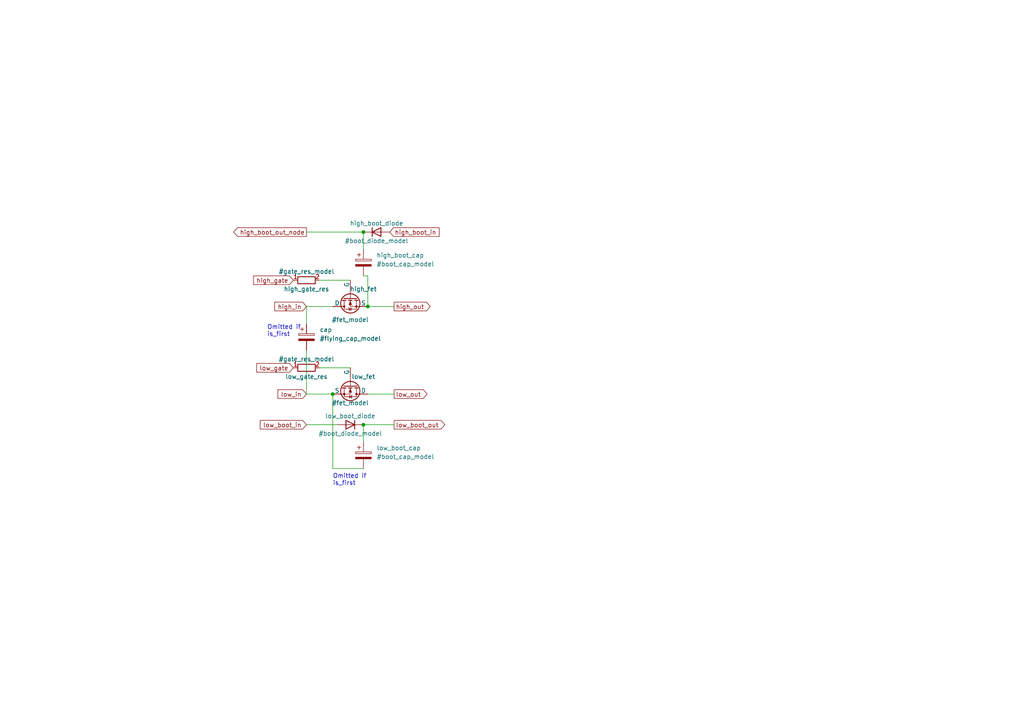
<source format=kicad_sch>
(kicad_sch (version 20211123) (generator eeschema)
  (paper "A4")
  (lib_symbols
    (symbol "Device:C_Polarized" (pin_numbers hide) (pin_names (offset 0.254))
      (property "Reference" "C" (at 0.635 2.54 0))
      (property "Value" "C_Polarized" (at 0.635 -2.54 0))
      (symbol "C_Polarized_0_1"
        (rectangle (start -2.286 0.508) (end 2.286 1.016))
        (polyline (pts (xy -1.778 2.286) (xy -0.762 2.286)))
        (polyline (pts (xy -1.27 2.794) (xy -1.27 1.778)))
        (rectangle (start 2.286 -0.508) (end -2.286 -1.016) (fill (type outline)))
      )
      (symbol "C_Polarized_1_1"
        (pin passive line (at 0 3.81 270) (length 2.794) (name "~") (number "1"))
        (pin passive line (at 0 -3.81 90) (length 2.794) (name "~") (number "2"))
      )
    )
    (symbol "Device:D" (pin_numbers hide) (pin_names (offset 1.016) hide)
      (property "Reference" "D" (at 0 2.54 0))
      (property "Value" "D" (at 0 -2.54 0))
      (symbol "D_0_1"
        (polyline (pts (xy -1.27 1.27) (xy -1.27 -1.27)) (stroke (width 0.254)))
        (polyline (pts (xy 1.27 0) (xy -1.27 0)))
        (polyline (pts (xy 1.27 1.27) (xy 1.27 -1.27) (xy -1.27 0) (xy 1.27 1.27)) (stroke (width 0.254)))
      )
      (symbol "D_1_1"
        (pin passive line (at -3.81 0 0) (length 2.54) (name "K") (number "1"))
        (pin passive line (at 3.81 0 180) (length 2.54) (name "A") (number "2"))
      )
    )
    (symbol "Device:Q_NMOS_DGS" (pin_numbers hide) (pin_names (offset 0))
      (property "Reference" "Q" (at 5.08 1.27 0))
      (property "Value" "Q_NMOS_DGS" (at 5.08 -1.27 0))
      (symbol "Q_NMOS_DGS_0_1"
        (polyline (pts (xy 0.254 0) (xy -2.54 0)))
        (polyline (pts (xy 0.254 1.905) (xy 0.254 -1.905)) (stroke (width 0.254)))
        (polyline (pts (xy 0.762 -1.27) (xy 0.762 -2.286)) (stroke (width 0.254)))
        (polyline (pts (xy 0.762 0.508) (xy 0.762 -0.508)) (stroke (width 0.254)))
        (polyline (pts (xy 0.762 2.286) (xy 0.762 1.27)) (stroke (width 0.254)))
        (polyline (pts (xy 2.54 2.54) (xy 2.54 1.778)))
        (polyline (pts (xy 2.54 -2.54) (xy 2.54 0) (xy 0.762 0)))
        (polyline (pts (xy 0.762 -1.778) (xy 3.302 -1.778) (xy 3.302 1.778) (xy 0.762 1.778)))
        (polyline (pts (xy 1.016 0) (xy 2.032 0.381) (xy 2.032 -0.381) (xy 1.016 0)) (fill (type outline)))
        (polyline (pts (xy 2.794 0.508) (xy 2.921 0.381) (xy 3.683 0.381) (xy 3.81 0.254)))
        (polyline (pts (xy 3.302 0.381) (xy 2.921 -0.254) (xy 3.683 -0.254) (xy 3.302 0.381)))
        (circle (center 1.651 0) (radius 2.794) (stroke (width 0.254)))
        (circle (center 2.54 -1.778) (radius 0.254) (fill (type outline)))
        (circle (center 2.54 1.778) (radius 0.254) (fill (type outline)))
      )
      (symbol "Q_NMOS_DGS_1_1"
        (pin passive line (at 2.54 5.08 270) (length 2.54) (name "D") (number "1"))
        (pin input line (at -5.08 0 0) (length 2.54) (name "G") (number "2"))
        (pin passive line (at 2.54 -5.08 90) (length 2.54) (name "S") (number "3"))
      )
    )
    (symbol "R_1" (pin_names (offset 0))
      (property "Reference" "R" (at 2.032 0 90))
      (property "Value" "R_1" (at 0 0 90))
      (symbol "R_1_0_1"
        (rectangle (start -1.016 -2.54) (end 1.016 2.54) (stroke (width 0.254)))
      )
      (symbol "R_1_1_1"
        (pin passive line (at 0 3.81 270) (length 1.27) (name "~") (number "1"))
        (pin passive line (at 0 -3.81 90) (length 1.27) (name "~") (number "2"))
      )
    )
  )
  (junction (at 106.68 88.9))
  (junction (at 96.52 114.3))
  (junction (at 105.41 123.19))
  (junction (at 105.41 67.31))
  (wire (pts (xy 105.41 67.31) (xy 105.41 72.39)))
  (wire (pts (xy 88.9 101.6) (xy 88.9 114.3)))
  (wire (pts (xy 105.41 123.19) (xy 114.3 123.19)))
  (wire (pts (xy 114.3 114.3) (xy 106.68 114.3)))
  (wire (pts (xy 88.9 67.31) (xy 105.41 67.31)))
  (wire (pts (xy 106.68 80.01) (xy 106.68 88.9)))
  (wire (pts (xy 88.9 88.9) (xy 88.9 93.98)))
  (wire (pts (xy 96.52 114.3) (xy 96.52 135.89)))
  (wire (pts (xy 88.9 114.3) (xy 96.52 114.3)))
  (wire (pts (xy 114.3 88.9) (xy 106.68 88.9)))
  (wire (pts (xy 92.71 106.68) (xy 101.6 106.68)))
  (wire (pts (xy 96.52 135.89) (xy 105.41 135.89)))
  (wire (pts (xy 92.71 81.28) (xy 101.6 81.28)))
  (wire (pts (xy 105.41 80.01) (xy 106.68 80.01)))
  (wire (pts (xy 88.9 88.9) (xy 96.52 88.9)))
  (wire (pts (xy 88.9 123.19) (xy 97.79 123.19)))
  (wire (pts (xy 105.41 128.27) (xy 105.41 123.19)))
  (text "Omitted if\nis_first" (at 96.52 140.97 0) (effects (font (size 1.27 1.27)) (justify left bottom)))
  (text "Omitted if\nis_first" (at 77.47 97.79 0) (effects (font (size 1.27 1.27)) (justify left bottom)))
  (global_label "low_boot_out" (shape output) (at 114.3 123.19 0) (property "Intersheet References" "${INTERSHEET_REFS}" (effects hide)))
  (global_label "high_boot_in" (shape input) (at 113.03 67.31 0) (property "Intersheet References" "${INTERSHEET_REFS}" (effects hide)))
  (global_label "low_gate" (shape input) (at 85.09 106.68 180) (property "Intersheet References" "${INTERSHEET_REFS}" (effects hide)))
  (global_label "low_out" (shape output) (at 114.3 114.3 0) (property "Intersheet References" "${INTERSHEET_REFS}" (effects hide)))
  (global_label "low_in" (shape input) (at 88.9 114.3 180) (property "Intersheet References" "${INTERSHEET_REFS}" (effects hide)))
  (global_label "high_gate" (shape input) (at 85.09 81.28 180) (property "Intersheet References" "${INTERSHEET_REFS}" (effects hide)))
  (global_label "high_in" (shape input) (at 88.9 88.9 180) (property "Intersheet References" "${INTERSHEET_REFS}" (effects hide)))
  (global_label "low_boot_in" (shape input) (at 88.9 123.19 180) (property "Intersheet References" "${INTERSHEET_REFS}" (effects hide)))
  (global_label "high_out" (shape output) (at 114.3 88.9 0) (property "Intersheet References" "${INTERSHEET_REFS}" (effects hide)))
  (global_label "high_boot_out_node" (shape output) (at 88.9 67.31 180) (property "Intersheet References" "${INTERSHEET_REFS}" (effects hide)))
  (symbol (lib_id "Device:C_Polarized") (at 105.41 132.08 0) (unit 1)
    (property "Reference" "low_boot_cap" (at 109.22 129.9209 0) (effects (justify left)))
    (property "Value" "#boot_cap_model" (at 109.22 132.4609 0) (effects (justify left)))
  )
  (symbol (lib_id "Device:D") (at 101.6 123.19 180) (unit 1)
    (property "Reference" "low_boot_diode" (at 101.6 120.65 0))
    (property "Value" "#boot_diode_model" (at 101.6 125.73 0))
  )
  (symbol (lib_name "R_1") (lib_id "Device:R") (at 88.9 106.68 90) (unit 1)
    (property "Reference" "low_gate_res" (at 88.9 109.22 90))
    (property "Value" "#gate_res_model" (at 88.9 104.14 90))
  )
  (symbol (lib_id "Device:C_Polarized") (at 105.41 76.2 0) (unit 1)
    (property "Reference" "high_boot_cap" (at 109.22 74.0409 0) (effects (justify left)))
    (property "Value" "#boot_cap_model" (at 109.22 76.5809 0) (effects (justify left)))
  )
  (symbol (lib_id "Device:D") (at 109.22 67.31 0) (unit 1)
    (property "Reference" "high_boot_diode" (at 109.22 64.77 0))
    (property "Value" "#boot_diode_model" (at 109.22 69.85 0))
  )
  (symbol (lib_name "R_1") (lib_id "Device:R") (at 88.9 81.28 90) (unit 1)
    (property "Reference" "high_gate_res" (at 88.9 83.82 90))
    (property "Value" "#gate_res_model" (at 88.9 78.74 90))
  )
  (symbol (lib_id "Device:Q_NMOS_DGS") (at 101.6 86.36 90) (mirror x) (unit 1)
    (property "Reference" "high_fet" (at 105.41 83.82 90))
    (property "Value" "#fet_model" (at 101.6 92.71 90))
  )
  (symbol (lib_id "Device:C_Polarized") (at 88.9 97.79 0) (unit 1)
    (property "Reference" "cap" (at 92.71 95.6309 0) (effects (justify left)))
    (property "Value" "#flying_cap_model" (at 92.71 98.1709 0) (effects (justify left)))
  )
  (symbol (lib_id "Device:Q_NMOS_DGS") (at 101.6 111.76 270) (unit 1)
    (property "Reference" "low_fet" (at 105.41 109.22 90))
    (property "Value" "#fet_model" (at 101.6 116.84 90))
  )
)
</source>
